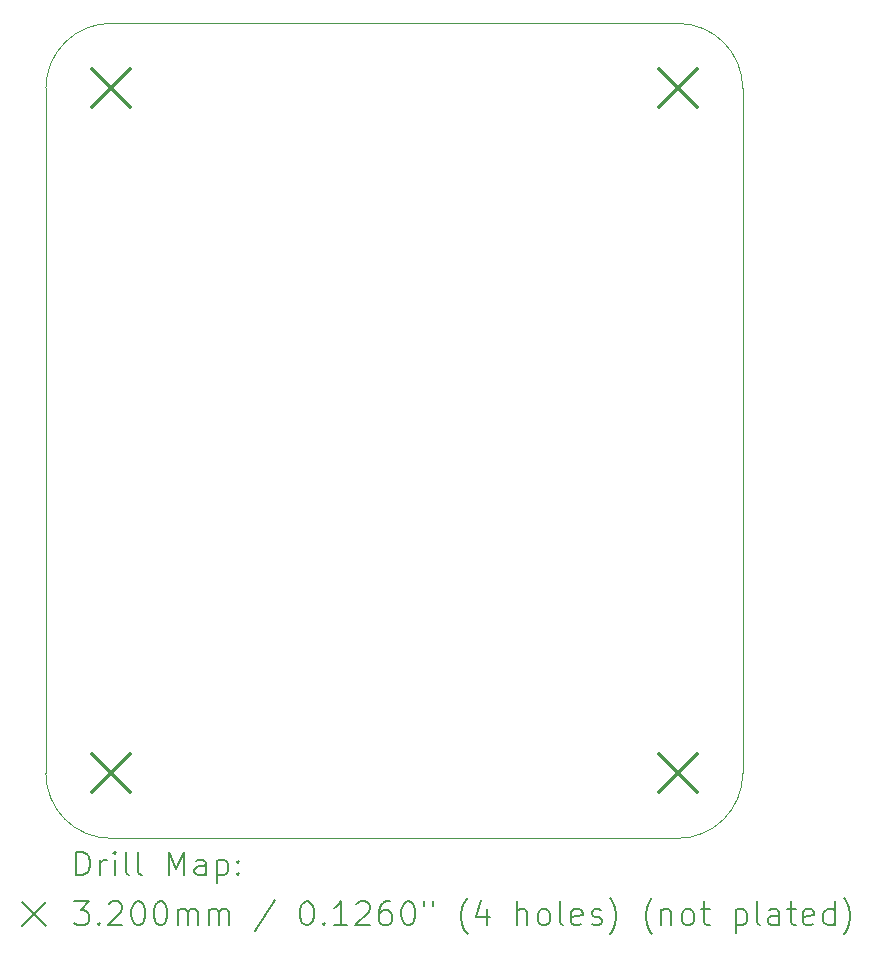
<source format=gbr>
%TF.GenerationSoftware,KiCad,Pcbnew,8.0.5-8.0.5-0~ubuntu22.04.1*%
%TF.CreationDate,2024-09-10T12:38:14+10:00*%
%TF.ProjectId,Fire_Sytem_10,46697265-5f53-4797-9465-6d5f31302e6b,rev?*%
%TF.SameCoordinates,Original*%
%TF.FileFunction,Drillmap*%
%TF.FilePolarity,Positive*%
%FSLAX45Y45*%
G04 Gerber Fmt 4.5, Leading zero omitted, Abs format (unit mm)*
G04 Created by KiCad (PCBNEW 8.0.5-8.0.5-0~ubuntu22.04.1) date 2024-09-10 12:38:14*
%MOMM*%
%LPD*%
G01*
G04 APERTURE LIST*
%ADD10C,0.050000*%
%ADD11C,0.200000*%
%ADD12C,0.320000*%
G04 APERTURE END LIST*
D10*
X15500000Y-6950000D02*
X15800000Y-6950000D01*
X16350000Y-13300000D02*
G75*
G02*
X15800000Y-13850000I-550000J0D01*
G01*
X11000000Y-13850000D02*
G75*
G02*
X10450000Y-13300000I0J550000D01*
G01*
X16350000Y-7500000D02*
X16350000Y-13300000D01*
X10450000Y-7500000D02*
X10450000Y-13300000D01*
X15800000Y-13850000D02*
X11000000Y-13850000D01*
X10450000Y-7500000D02*
G75*
G02*
X11000000Y-6950000I550000J0D01*
G01*
X11000000Y-6950000D02*
X15500000Y-6950000D01*
X15800000Y-6950000D02*
G75*
G02*
X16350000Y-7500000I0J-550000D01*
G01*
D11*
D12*
X10840000Y-7340000D02*
X11160000Y-7660000D01*
X11160000Y-7340000D02*
X10840000Y-7660000D01*
X10840000Y-13140000D02*
X11160000Y-13460000D01*
X11160000Y-13140000D02*
X10840000Y-13460000D01*
X15640000Y-7340000D02*
X15960000Y-7660000D01*
X15960000Y-7340000D02*
X15640000Y-7660000D01*
X15640000Y-13140000D02*
X15960000Y-13460000D01*
X15960000Y-13140000D02*
X15640000Y-13460000D01*
D11*
X10708277Y-14163984D02*
X10708277Y-13963984D01*
X10708277Y-13963984D02*
X10755896Y-13963984D01*
X10755896Y-13963984D02*
X10784467Y-13973508D01*
X10784467Y-13973508D02*
X10803515Y-13992555D01*
X10803515Y-13992555D02*
X10813039Y-14011603D01*
X10813039Y-14011603D02*
X10822563Y-14049698D01*
X10822563Y-14049698D02*
X10822563Y-14078269D01*
X10822563Y-14078269D02*
X10813039Y-14116365D01*
X10813039Y-14116365D02*
X10803515Y-14135412D01*
X10803515Y-14135412D02*
X10784467Y-14154460D01*
X10784467Y-14154460D02*
X10755896Y-14163984D01*
X10755896Y-14163984D02*
X10708277Y-14163984D01*
X10908277Y-14163984D02*
X10908277Y-14030650D01*
X10908277Y-14068746D02*
X10917801Y-14049698D01*
X10917801Y-14049698D02*
X10927324Y-14040174D01*
X10927324Y-14040174D02*
X10946372Y-14030650D01*
X10946372Y-14030650D02*
X10965420Y-14030650D01*
X11032086Y-14163984D02*
X11032086Y-14030650D01*
X11032086Y-13963984D02*
X11022563Y-13973508D01*
X11022563Y-13973508D02*
X11032086Y-13983031D01*
X11032086Y-13983031D02*
X11041610Y-13973508D01*
X11041610Y-13973508D02*
X11032086Y-13963984D01*
X11032086Y-13963984D02*
X11032086Y-13983031D01*
X11155896Y-14163984D02*
X11136848Y-14154460D01*
X11136848Y-14154460D02*
X11127324Y-14135412D01*
X11127324Y-14135412D02*
X11127324Y-13963984D01*
X11260658Y-14163984D02*
X11241610Y-14154460D01*
X11241610Y-14154460D02*
X11232086Y-14135412D01*
X11232086Y-14135412D02*
X11232086Y-13963984D01*
X11489229Y-14163984D02*
X11489229Y-13963984D01*
X11489229Y-13963984D02*
X11555896Y-14106841D01*
X11555896Y-14106841D02*
X11622562Y-13963984D01*
X11622562Y-13963984D02*
X11622562Y-14163984D01*
X11803515Y-14163984D02*
X11803515Y-14059222D01*
X11803515Y-14059222D02*
X11793991Y-14040174D01*
X11793991Y-14040174D02*
X11774943Y-14030650D01*
X11774943Y-14030650D02*
X11736848Y-14030650D01*
X11736848Y-14030650D02*
X11717801Y-14040174D01*
X11803515Y-14154460D02*
X11784467Y-14163984D01*
X11784467Y-14163984D02*
X11736848Y-14163984D01*
X11736848Y-14163984D02*
X11717801Y-14154460D01*
X11717801Y-14154460D02*
X11708277Y-14135412D01*
X11708277Y-14135412D02*
X11708277Y-14116365D01*
X11708277Y-14116365D02*
X11717801Y-14097317D01*
X11717801Y-14097317D02*
X11736848Y-14087793D01*
X11736848Y-14087793D02*
X11784467Y-14087793D01*
X11784467Y-14087793D02*
X11803515Y-14078269D01*
X11898753Y-14030650D02*
X11898753Y-14230650D01*
X11898753Y-14040174D02*
X11917801Y-14030650D01*
X11917801Y-14030650D02*
X11955896Y-14030650D01*
X11955896Y-14030650D02*
X11974943Y-14040174D01*
X11974943Y-14040174D02*
X11984467Y-14049698D01*
X11984467Y-14049698D02*
X11993991Y-14068746D01*
X11993991Y-14068746D02*
X11993991Y-14125888D01*
X11993991Y-14125888D02*
X11984467Y-14144936D01*
X11984467Y-14144936D02*
X11974943Y-14154460D01*
X11974943Y-14154460D02*
X11955896Y-14163984D01*
X11955896Y-14163984D02*
X11917801Y-14163984D01*
X11917801Y-14163984D02*
X11898753Y-14154460D01*
X12079705Y-14144936D02*
X12089229Y-14154460D01*
X12089229Y-14154460D02*
X12079705Y-14163984D01*
X12079705Y-14163984D02*
X12070182Y-14154460D01*
X12070182Y-14154460D02*
X12079705Y-14144936D01*
X12079705Y-14144936D02*
X12079705Y-14163984D01*
X12079705Y-14040174D02*
X12089229Y-14049698D01*
X12089229Y-14049698D02*
X12079705Y-14059222D01*
X12079705Y-14059222D02*
X12070182Y-14049698D01*
X12070182Y-14049698D02*
X12079705Y-14040174D01*
X12079705Y-14040174D02*
X12079705Y-14059222D01*
X10247500Y-14392500D02*
X10447500Y-14592500D01*
X10447500Y-14392500D02*
X10247500Y-14592500D01*
X10689229Y-14383984D02*
X10813039Y-14383984D01*
X10813039Y-14383984D02*
X10746372Y-14460174D01*
X10746372Y-14460174D02*
X10774944Y-14460174D01*
X10774944Y-14460174D02*
X10793991Y-14469698D01*
X10793991Y-14469698D02*
X10803515Y-14479222D01*
X10803515Y-14479222D02*
X10813039Y-14498269D01*
X10813039Y-14498269D02*
X10813039Y-14545888D01*
X10813039Y-14545888D02*
X10803515Y-14564936D01*
X10803515Y-14564936D02*
X10793991Y-14574460D01*
X10793991Y-14574460D02*
X10774944Y-14583984D01*
X10774944Y-14583984D02*
X10717801Y-14583984D01*
X10717801Y-14583984D02*
X10698753Y-14574460D01*
X10698753Y-14574460D02*
X10689229Y-14564936D01*
X10898753Y-14564936D02*
X10908277Y-14574460D01*
X10908277Y-14574460D02*
X10898753Y-14583984D01*
X10898753Y-14583984D02*
X10889229Y-14574460D01*
X10889229Y-14574460D02*
X10898753Y-14564936D01*
X10898753Y-14564936D02*
X10898753Y-14583984D01*
X10984467Y-14403031D02*
X10993991Y-14393508D01*
X10993991Y-14393508D02*
X11013039Y-14383984D01*
X11013039Y-14383984D02*
X11060658Y-14383984D01*
X11060658Y-14383984D02*
X11079705Y-14393508D01*
X11079705Y-14393508D02*
X11089229Y-14403031D01*
X11089229Y-14403031D02*
X11098753Y-14422079D01*
X11098753Y-14422079D02*
X11098753Y-14441127D01*
X11098753Y-14441127D02*
X11089229Y-14469698D01*
X11089229Y-14469698D02*
X10974944Y-14583984D01*
X10974944Y-14583984D02*
X11098753Y-14583984D01*
X11222562Y-14383984D02*
X11241610Y-14383984D01*
X11241610Y-14383984D02*
X11260658Y-14393508D01*
X11260658Y-14393508D02*
X11270182Y-14403031D01*
X11270182Y-14403031D02*
X11279705Y-14422079D01*
X11279705Y-14422079D02*
X11289229Y-14460174D01*
X11289229Y-14460174D02*
X11289229Y-14507793D01*
X11289229Y-14507793D02*
X11279705Y-14545888D01*
X11279705Y-14545888D02*
X11270182Y-14564936D01*
X11270182Y-14564936D02*
X11260658Y-14574460D01*
X11260658Y-14574460D02*
X11241610Y-14583984D01*
X11241610Y-14583984D02*
X11222562Y-14583984D01*
X11222562Y-14583984D02*
X11203515Y-14574460D01*
X11203515Y-14574460D02*
X11193991Y-14564936D01*
X11193991Y-14564936D02*
X11184467Y-14545888D01*
X11184467Y-14545888D02*
X11174944Y-14507793D01*
X11174944Y-14507793D02*
X11174944Y-14460174D01*
X11174944Y-14460174D02*
X11184467Y-14422079D01*
X11184467Y-14422079D02*
X11193991Y-14403031D01*
X11193991Y-14403031D02*
X11203515Y-14393508D01*
X11203515Y-14393508D02*
X11222562Y-14383984D01*
X11413039Y-14383984D02*
X11432086Y-14383984D01*
X11432086Y-14383984D02*
X11451134Y-14393508D01*
X11451134Y-14393508D02*
X11460658Y-14403031D01*
X11460658Y-14403031D02*
X11470182Y-14422079D01*
X11470182Y-14422079D02*
X11479705Y-14460174D01*
X11479705Y-14460174D02*
X11479705Y-14507793D01*
X11479705Y-14507793D02*
X11470182Y-14545888D01*
X11470182Y-14545888D02*
X11460658Y-14564936D01*
X11460658Y-14564936D02*
X11451134Y-14574460D01*
X11451134Y-14574460D02*
X11432086Y-14583984D01*
X11432086Y-14583984D02*
X11413039Y-14583984D01*
X11413039Y-14583984D02*
X11393991Y-14574460D01*
X11393991Y-14574460D02*
X11384467Y-14564936D01*
X11384467Y-14564936D02*
X11374943Y-14545888D01*
X11374943Y-14545888D02*
X11365420Y-14507793D01*
X11365420Y-14507793D02*
X11365420Y-14460174D01*
X11365420Y-14460174D02*
X11374943Y-14422079D01*
X11374943Y-14422079D02*
X11384467Y-14403031D01*
X11384467Y-14403031D02*
X11393991Y-14393508D01*
X11393991Y-14393508D02*
X11413039Y-14383984D01*
X11565420Y-14583984D02*
X11565420Y-14450650D01*
X11565420Y-14469698D02*
X11574943Y-14460174D01*
X11574943Y-14460174D02*
X11593991Y-14450650D01*
X11593991Y-14450650D02*
X11622563Y-14450650D01*
X11622563Y-14450650D02*
X11641610Y-14460174D01*
X11641610Y-14460174D02*
X11651134Y-14479222D01*
X11651134Y-14479222D02*
X11651134Y-14583984D01*
X11651134Y-14479222D02*
X11660658Y-14460174D01*
X11660658Y-14460174D02*
X11679705Y-14450650D01*
X11679705Y-14450650D02*
X11708277Y-14450650D01*
X11708277Y-14450650D02*
X11727324Y-14460174D01*
X11727324Y-14460174D02*
X11736848Y-14479222D01*
X11736848Y-14479222D02*
X11736848Y-14583984D01*
X11832086Y-14583984D02*
X11832086Y-14450650D01*
X11832086Y-14469698D02*
X11841610Y-14460174D01*
X11841610Y-14460174D02*
X11860658Y-14450650D01*
X11860658Y-14450650D02*
X11889229Y-14450650D01*
X11889229Y-14450650D02*
X11908277Y-14460174D01*
X11908277Y-14460174D02*
X11917801Y-14479222D01*
X11917801Y-14479222D02*
X11917801Y-14583984D01*
X11917801Y-14479222D02*
X11927324Y-14460174D01*
X11927324Y-14460174D02*
X11946372Y-14450650D01*
X11946372Y-14450650D02*
X11974943Y-14450650D01*
X11974943Y-14450650D02*
X11993991Y-14460174D01*
X11993991Y-14460174D02*
X12003515Y-14479222D01*
X12003515Y-14479222D02*
X12003515Y-14583984D01*
X12393991Y-14374460D02*
X12222563Y-14631603D01*
X12651134Y-14383984D02*
X12670182Y-14383984D01*
X12670182Y-14383984D02*
X12689229Y-14393508D01*
X12689229Y-14393508D02*
X12698753Y-14403031D01*
X12698753Y-14403031D02*
X12708277Y-14422079D01*
X12708277Y-14422079D02*
X12717801Y-14460174D01*
X12717801Y-14460174D02*
X12717801Y-14507793D01*
X12717801Y-14507793D02*
X12708277Y-14545888D01*
X12708277Y-14545888D02*
X12698753Y-14564936D01*
X12698753Y-14564936D02*
X12689229Y-14574460D01*
X12689229Y-14574460D02*
X12670182Y-14583984D01*
X12670182Y-14583984D02*
X12651134Y-14583984D01*
X12651134Y-14583984D02*
X12632086Y-14574460D01*
X12632086Y-14574460D02*
X12622563Y-14564936D01*
X12622563Y-14564936D02*
X12613039Y-14545888D01*
X12613039Y-14545888D02*
X12603515Y-14507793D01*
X12603515Y-14507793D02*
X12603515Y-14460174D01*
X12603515Y-14460174D02*
X12613039Y-14422079D01*
X12613039Y-14422079D02*
X12622563Y-14403031D01*
X12622563Y-14403031D02*
X12632086Y-14393508D01*
X12632086Y-14393508D02*
X12651134Y-14383984D01*
X12803515Y-14564936D02*
X12813039Y-14574460D01*
X12813039Y-14574460D02*
X12803515Y-14583984D01*
X12803515Y-14583984D02*
X12793991Y-14574460D01*
X12793991Y-14574460D02*
X12803515Y-14564936D01*
X12803515Y-14564936D02*
X12803515Y-14583984D01*
X13003515Y-14583984D02*
X12889229Y-14583984D01*
X12946372Y-14583984D02*
X12946372Y-14383984D01*
X12946372Y-14383984D02*
X12927325Y-14412555D01*
X12927325Y-14412555D02*
X12908277Y-14431603D01*
X12908277Y-14431603D02*
X12889229Y-14441127D01*
X13079706Y-14403031D02*
X13089229Y-14393508D01*
X13089229Y-14393508D02*
X13108277Y-14383984D01*
X13108277Y-14383984D02*
X13155896Y-14383984D01*
X13155896Y-14383984D02*
X13174944Y-14393508D01*
X13174944Y-14393508D02*
X13184467Y-14403031D01*
X13184467Y-14403031D02*
X13193991Y-14422079D01*
X13193991Y-14422079D02*
X13193991Y-14441127D01*
X13193991Y-14441127D02*
X13184467Y-14469698D01*
X13184467Y-14469698D02*
X13070182Y-14583984D01*
X13070182Y-14583984D02*
X13193991Y-14583984D01*
X13365420Y-14383984D02*
X13327325Y-14383984D01*
X13327325Y-14383984D02*
X13308277Y-14393508D01*
X13308277Y-14393508D02*
X13298753Y-14403031D01*
X13298753Y-14403031D02*
X13279706Y-14431603D01*
X13279706Y-14431603D02*
X13270182Y-14469698D01*
X13270182Y-14469698D02*
X13270182Y-14545888D01*
X13270182Y-14545888D02*
X13279706Y-14564936D01*
X13279706Y-14564936D02*
X13289229Y-14574460D01*
X13289229Y-14574460D02*
X13308277Y-14583984D01*
X13308277Y-14583984D02*
X13346372Y-14583984D01*
X13346372Y-14583984D02*
X13365420Y-14574460D01*
X13365420Y-14574460D02*
X13374944Y-14564936D01*
X13374944Y-14564936D02*
X13384467Y-14545888D01*
X13384467Y-14545888D02*
X13384467Y-14498269D01*
X13384467Y-14498269D02*
X13374944Y-14479222D01*
X13374944Y-14479222D02*
X13365420Y-14469698D01*
X13365420Y-14469698D02*
X13346372Y-14460174D01*
X13346372Y-14460174D02*
X13308277Y-14460174D01*
X13308277Y-14460174D02*
X13289229Y-14469698D01*
X13289229Y-14469698D02*
X13279706Y-14479222D01*
X13279706Y-14479222D02*
X13270182Y-14498269D01*
X13508277Y-14383984D02*
X13527325Y-14383984D01*
X13527325Y-14383984D02*
X13546372Y-14393508D01*
X13546372Y-14393508D02*
X13555896Y-14403031D01*
X13555896Y-14403031D02*
X13565420Y-14422079D01*
X13565420Y-14422079D02*
X13574944Y-14460174D01*
X13574944Y-14460174D02*
X13574944Y-14507793D01*
X13574944Y-14507793D02*
X13565420Y-14545888D01*
X13565420Y-14545888D02*
X13555896Y-14564936D01*
X13555896Y-14564936D02*
X13546372Y-14574460D01*
X13546372Y-14574460D02*
X13527325Y-14583984D01*
X13527325Y-14583984D02*
X13508277Y-14583984D01*
X13508277Y-14583984D02*
X13489229Y-14574460D01*
X13489229Y-14574460D02*
X13479706Y-14564936D01*
X13479706Y-14564936D02*
X13470182Y-14545888D01*
X13470182Y-14545888D02*
X13460658Y-14507793D01*
X13460658Y-14507793D02*
X13460658Y-14460174D01*
X13460658Y-14460174D02*
X13470182Y-14422079D01*
X13470182Y-14422079D02*
X13479706Y-14403031D01*
X13479706Y-14403031D02*
X13489229Y-14393508D01*
X13489229Y-14393508D02*
X13508277Y-14383984D01*
X13651134Y-14383984D02*
X13651134Y-14422079D01*
X13727325Y-14383984D02*
X13727325Y-14422079D01*
X14022563Y-14660174D02*
X14013039Y-14650650D01*
X14013039Y-14650650D02*
X13993991Y-14622079D01*
X13993991Y-14622079D02*
X13984468Y-14603031D01*
X13984468Y-14603031D02*
X13974944Y-14574460D01*
X13974944Y-14574460D02*
X13965420Y-14526841D01*
X13965420Y-14526841D02*
X13965420Y-14488746D01*
X13965420Y-14488746D02*
X13974944Y-14441127D01*
X13974944Y-14441127D02*
X13984468Y-14412555D01*
X13984468Y-14412555D02*
X13993991Y-14393508D01*
X13993991Y-14393508D02*
X14013039Y-14364936D01*
X14013039Y-14364936D02*
X14022563Y-14355412D01*
X14184468Y-14450650D02*
X14184468Y-14583984D01*
X14136848Y-14374460D02*
X14089229Y-14517317D01*
X14089229Y-14517317D02*
X14213039Y-14517317D01*
X14441610Y-14583984D02*
X14441610Y-14383984D01*
X14527325Y-14583984D02*
X14527325Y-14479222D01*
X14527325Y-14479222D02*
X14517801Y-14460174D01*
X14517801Y-14460174D02*
X14498753Y-14450650D01*
X14498753Y-14450650D02*
X14470182Y-14450650D01*
X14470182Y-14450650D02*
X14451134Y-14460174D01*
X14451134Y-14460174D02*
X14441610Y-14469698D01*
X14651134Y-14583984D02*
X14632087Y-14574460D01*
X14632087Y-14574460D02*
X14622563Y-14564936D01*
X14622563Y-14564936D02*
X14613039Y-14545888D01*
X14613039Y-14545888D02*
X14613039Y-14488746D01*
X14613039Y-14488746D02*
X14622563Y-14469698D01*
X14622563Y-14469698D02*
X14632087Y-14460174D01*
X14632087Y-14460174D02*
X14651134Y-14450650D01*
X14651134Y-14450650D02*
X14679706Y-14450650D01*
X14679706Y-14450650D02*
X14698753Y-14460174D01*
X14698753Y-14460174D02*
X14708277Y-14469698D01*
X14708277Y-14469698D02*
X14717801Y-14488746D01*
X14717801Y-14488746D02*
X14717801Y-14545888D01*
X14717801Y-14545888D02*
X14708277Y-14564936D01*
X14708277Y-14564936D02*
X14698753Y-14574460D01*
X14698753Y-14574460D02*
X14679706Y-14583984D01*
X14679706Y-14583984D02*
X14651134Y-14583984D01*
X14832087Y-14583984D02*
X14813039Y-14574460D01*
X14813039Y-14574460D02*
X14803515Y-14555412D01*
X14803515Y-14555412D02*
X14803515Y-14383984D01*
X14984468Y-14574460D02*
X14965420Y-14583984D01*
X14965420Y-14583984D02*
X14927325Y-14583984D01*
X14927325Y-14583984D02*
X14908277Y-14574460D01*
X14908277Y-14574460D02*
X14898753Y-14555412D01*
X14898753Y-14555412D02*
X14898753Y-14479222D01*
X14898753Y-14479222D02*
X14908277Y-14460174D01*
X14908277Y-14460174D02*
X14927325Y-14450650D01*
X14927325Y-14450650D02*
X14965420Y-14450650D01*
X14965420Y-14450650D02*
X14984468Y-14460174D01*
X14984468Y-14460174D02*
X14993991Y-14479222D01*
X14993991Y-14479222D02*
X14993991Y-14498269D01*
X14993991Y-14498269D02*
X14898753Y-14517317D01*
X15070182Y-14574460D02*
X15089230Y-14583984D01*
X15089230Y-14583984D02*
X15127325Y-14583984D01*
X15127325Y-14583984D02*
X15146372Y-14574460D01*
X15146372Y-14574460D02*
X15155896Y-14555412D01*
X15155896Y-14555412D02*
X15155896Y-14545888D01*
X15155896Y-14545888D02*
X15146372Y-14526841D01*
X15146372Y-14526841D02*
X15127325Y-14517317D01*
X15127325Y-14517317D02*
X15098753Y-14517317D01*
X15098753Y-14517317D02*
X15079706Y-14507793D01*
X15079706Y-14507793D02*
X15070182Y-14488746D01*
X15070182Y-14488746D02*
X15070182Y-14479222D01*
X15070182Y-14479222D02*
X15079706Y-14460174D01*
X15079706Y-14460174D02*
X15098753Y-14450650D01*
X15098753Y-14450650D02*
X15127325Y-14450650D01*
X15127325Y-14450650D02*
X15146372Y-14460174D01*
X15222563Y-14660174D02*
X15232087Y-14650650D01*
X15232087Y-14650650D02*
X15251134Y-14622079D01*
X15251134Y-14622079D02*
X15260658Y-14603031D01*
X15260658Y-14603031D02*
X15270182Y-14574460D01*
X15270182Y-14574460D02*
X15279706Y-14526841D01*
X15279706Y-14526841D02*
X15279706Y-14488746D01*
X15279706Y-14488746D02*
X15270182Y-14441127D01*
X15270182Y-14441127D02*
X15260658Y-14412555D01*
X15260658Y-14412555D02*
X15251134Y-14393508D01*
X15251134Y-14393508D02*
X15232087Y-14364936D01*
X15232087Y-14364936D02*
X15222563Y-14355412D01*
X15584468Y-14660174D02*
X15574944Y-14650650D01*
X15574944Y-14650650D02*
X15555896Y-14622079D01*
X15555896Y-14622079D02*
X15546372Y-14603031D01*
X15546372Y-14603031D02*
X15536849Y-14574460D01*
X15536849Y-14574460D02*
X15527325Y-14526841D01*
X15527325Y-14526841D02*
X15527325Y-14488746D01*
X15527325Y-14488746D02*
X15536849Y-14441127D01*
X15536849Y-14441127D02*
X15546372Y-14412555D01*
X15546372Y-14412555D02*
X15555896Y-14393508D01*
X15555896Y-14393508D02*
X15574944Y-14364936D01*
X15574944Y-14364936D02*
X15584468Y-14355412D01*
X15660658Y-14450650D02*
X15660658Y-14583984D01*
X15660658Y-14469698D02*
X15670182Y-14460174D01*
X15670182Y-14460174D02*
X15689230Y-14450650D01*
X15689230Y-14450650D02*
X15717801Y-14450650D01*
X15717801Y-14450650D02*
X15736849Y-14460174D01*
X15736849Y-14460174D02*
X15746372Y-14479222D01*
X15746372Y-14479222D02*
X15746372Y-14583984D01*
X15870182Y-14583984D02*
X15851134Y-14574460D01*
X15851134Y-14574460D02*
X15841611Y-14564936D01*
X15841611Y-14564936D02*
X15832087Y-14545888D01*
X15832087Y-14545888D02*
X15832087Y-14488746D01*
X15832087Y-14488746D02*
X15841611Y-14469698D01*
X15841611Y-14469698D02*
X15851134Y-14460174D01*
X15851134Y-14460174D02*
X15870182Y-14450650D01*
X15870182Y-14450650D02*
X15898753Y-14450650D01*
X15898753Y-14450650D02*
X15917801Y-14460174D01*
X15917801Y-14460174D02*
X15927325Y-14469698D01*
X15927325Y-14469698D02*
X15936849Y-14488746D01*
X15936849Y-14488746D02*
X15936849Y-14545888D01*
X15936849Y-14545888D02*
X15927325Y-14564936D01*
X15927325Y-14564936D02*
X15917801Y-14574460D01*
X15917801Y-14574460D02*
X15898753Y-14583984D01*
X15898753Y-14583984D02*
X15870182Y-14583984D01*
X15993992Y-14450650D02*
X16070182Y-14450650D01*
X16022563Y-14383984D02*
X16022563Y-14555412D01*
X16022563Y-14555412D02*
X16032087Y-14574460D01*
X16032087Y-14574460D02*
X16051134Y-14583984D01*
X16051134Y-14583984D02*
X16070182Y-14583984D01*
X16289230Y-14450650D02*
X16289230Y-14650650D01*
X16289230Y-14460174D02*
X16308277Y-14450650D01*
X16308277Y-14450650D02*
X16346373Y-14450650D01*
X16346373Y-14450650D02*
X16365420Y-14460174D01*
X16365420Y-14460174D02*
X16374944Y-14469698D01*
X16374944Y-14469698D02*
X16384468Y-14488746D01*
X16384468Y-14488746D02*
X16384468Y-14545888D01*
X16384468Y-14545888D02*
X16374944Y-14564936D01*
X16374944Y-14564936D02*
X16365420Y-14574460D01*
X16365420Y-14574460D02*
X16346373Y-14583984D01*
X16346373Y-14583984D02*
X16308277Y-14583984D01*
X16308277Y-14583984D02*
X16289230Y-14574460D01*
X16498753Y-14583984D02*
X16479706Y-14574460D01*
X16479706Y-14574460D02*
X16470182Y-14555412D01*
X16470182Y-14555412D02*
X16470182Y-14383984D01*
X16660658Y-14583984D02*
X16660658Y-14479222D01*
X16660658Y-14479222D02*
X16651134Y-14460174D01*
X16651134Y-14460174D02*
X16632087Y-14450650D01*
X16632087Y-14450650D02*
X16593992Y-14450650D01*
X16593992Y-14450650D02*
X16574944Y-14460174D01*
X16660658Y-14574460D02*
X16641611Y-14583984D01*
X16641611Y-14583984D02*
X16593992Y-14583984D01*
X16593992Y-14583984D02*
X16574944Y-14574460D01*
X16574944Y-14574460D02*
X16565420Y-14555412D01*
X16565420Y-14555412D02*
X16565420Y-14536365D01*
X16565420Y-14536365D02*
X16574944Y-14517317D01*
X16574944Y-14517317D02*
X16593992Y-14507793D01*
X16593992Y-14507793D02*
X16641611Y-14507793D01*
X16641611Y-14507793D02*
X16660658Y-14498269D01*
X16727325Y-14450650D02*
X16803515Y-14450650D01*
X16755896Y-14383984D02*
X16755896Y-14555412D01*
X16755896Y-14555412D02*
X16765420Y-14574460D01*
X16765420Y-14574460D02*
X16784468Y-14583984D01*
X16784468Y-14583984D02*
X16803515Y-14583984D01*
X16946373Y-14574460D02*
X16927325Y-14583984D01*
X16927325Y-14583984D02*
X16889230Y-14583984D01*
X16889230Y-14583984D02*
X16870182Y-14574460D01*
X16870182Y-14574460D02*
X16860658Y-14555412D01*
X16860658Y-14555412D02*
X16860658Y-14479222D01*
X16860658Y-14479222D02*
X16870182Y-14460174D01*
X16870182Y-14460174D02*
X16889230Y-14450650D01*
X16889230Y-14450650D02*
X16927325Y-14450650D01*
X16927325Y-14450650D02*
X16946373Y-14460174D01*
X16946373Y-14460174D02*
X16955896Y-14479222D01*
X16955896Y-14479222D02*
X16955896Y-14498269D01*
X16955896Y-14498269D02*
X16860658Y-14517317D01*
X17127325Y-14583984D02*
X17127325Y-14383984D01*
X17127325Y-14574460D02*
X17108277Y-14583984D01*
X17108277Y-14583984D02*
X17070182Y-14583984D01*
X17070182Y-14583984D02*
X17051135Y-14574460D01*
X17051135Y-14574460D02*
X17041611Y-14564936D01*
X17041611Y-14564936D02*
X17032087Y-14545888D01*
X17032087Y-14545888D02*
X17032087Y-14488746D01*
X17032087Y-14488746D02*
X17041611Y-14469698D01*
X17041611Y-14469698D02*
X17051135Y-14460174D01*
X17051135Y-14460174D02*
X17070182Y-14450650D01*
X17070182Y-14450650D02*
X17108277Y-14450650D01*
X17108277Y-14450650D02*
X17127325Y-14460174D01*
X17203516Y-14660174D02*
X17213039Y-14650650D01*
X17213039Y-14650650D02*
X17232087Y-14622079D01*
X17232087Y-14622079D02*
X17241611Y-14603031D01*
X17241611Y-14603031D02*
X17251135Y-14574460D01*
X17251135Y-14574460D02*
X17260658Y-14526841D01*
X17260658Y-14526841D02*
X17260658Y-14488746D01*
X17260658Y-14488746D02*
X17251135Y-14441127D01*
X17251135Y-14441127D02*
X17241611Y-14412555D01*
X17241611Y-14412555D02*
X17232087Y-14393508D01*
X17232087Y-14393508D02*
X17213039Y-14364936D01*
X17213039Y-14364936D02*
X17203516Y-14355412D01*
M02*

</source>
